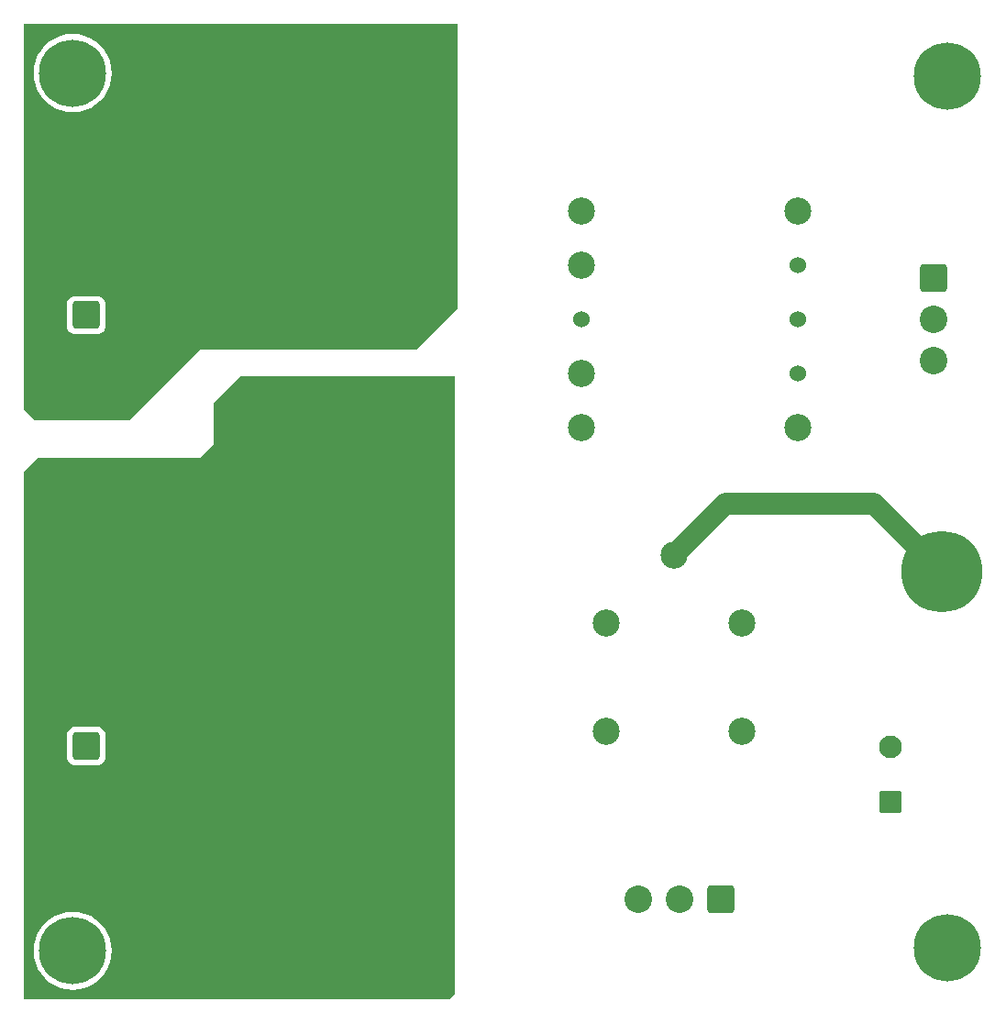
<source format=gbl>
%FSLAX23Y23*%
%MOMM*%
%SFA1B1*%

%IPPOS*%
%AMD22*
4,1,8,-0.952500,-1.270000,0.952500,-1.270000,1.270000,-0.952500,1.270000,0.952500,0.952500,1.270000,-0.952500,1.270000,-1.270000,0.952500,-1.270000,-0.952500,-0.952500,-1.270000,0.0*
1,1,0.636000,-0.952500,-0.952500*
1,1,0.636000,0.952500,-0.952500*
1,1,0.636000,0.952500,0.952500*
1,1,0.636000,-0.952500,0.952500*
%
%AMD23*
4,1,8,-1.270000,0.952500,-1.270000,-0.952500,-0.952500,-1.270000,0.952500,-1.270000,1.270000,-0.952500,1.270000,0.952500,0.952500,1.270000,-0.952500,1.270000,-1.270000,0.952500,0.0*
1,1,0.636000,-0.952500,0.952500*
1,1,0.636000,-0.952500,-0.952500*
1,1,0.636000,0.952500,-0.952500*
1,1,0.636000,0.952500,0.952500*
%
%AMD28*
4,1,8,-1.049020,0.787400,-1.049020,-0.787400,-0.787400,-1.049020,0.787400,-1.049020,1.049020,-0.787400,1.049020,0.787400,0.787400,1.049020,-0.787400,1.049020,-1.049020,0.787400,0.0*
1,1,0.526000,-0.787400,0.787400*
1,1,0.526000,-0.787400,-0.787400*
1,1,0.526000,0.787400,-0.787400*
1,1,0.526000,0.787400,0.787400*
%
%ADD19C,1.999996*%
%ADD20C,7.499985*%
%ADD21C,2.539995*%
G04~CAMADD=22~8~0.0~0.0~1000.0~1000.0~125.2~0.0~15~0.0~0.0~0.0~0.0~0~0.0~0.0~0.0~0.0~0~0.0~0.0~0.0~180.0~1000.0~1000.0*
%ADD22D22*%
G04~CAMADD=23~8~0.0~0.0~1000.0~1000.0~125.2~0.0~15~0.0~0.0~0.0~0.0~0~0.0~0.0~0.0~0.0~0~0.0~0.0~0.0~90.0~1000.0~1000.0*
%ADD23D23*%
%ADD24C,6.199988*%
%ADD25C,2.499995*%
%ADD26C,1.523997*%
%ADD27C,2.099996*%
G04~CAMADD=28~8~0.0~0.0~826.8~826.8~103.5~0.0~15~0.0~0.0~0.0~0.0~0~0.0~0.0~0.0~0.0~0~0.0~0.0~0.0~90.0~826.0~826.0*
%ADD28D28*%
%ADD29C,0.799998*%
%LNdigitalpsu-1*%
%LPD*%
G36*
X42499Y66249D02*
X38749Y62499D01*
X18749*
X12249Y55999*
X3499*
X2499Y56999*
Y92499*
X42499*
Y66249*
G37*
G36*
X42249Y44999D02*
Y2999D01*
X41749Y2499*
X2499*
Y51249*
X3749Y52499*
X18749*
X19999Y53749*
Y57499*
X22499Y59999*
X42249*
Y44999*
G37*
%LNdigitalpsu-2*%
%LPC*%
G36*
X6999Y10610D02*
X6434Y10566D01*
X5883Y10433*
X5360Y10217*
X4876Y9920*
X4446Y9552*
X4078Y9122*
X3781Y8638*
X3565Y8115*
X3432Y7564*
X3388Y6999*
X3432Y6434*
X3565Y5883*
X3781Y5360*
X4078Y4876*
X4446Y4446*
X4876Y4078*
X5360Y3781*
X5883Y3565*
X6434Y3432*
X6999Y3388*
X7564Y3432*
X8115Y3565*
X8638Y3781*
X9122Y4078*
X9552Y4446*
X9920Y4876*
X10217Y5360*
X10433Y5883*
X10566Y6434*
X10610Y6999*
X10566Y7564*
X10433Y8115*
X10217Y8638*
X9920Y9122*
X9552Y9552*
X9122Y9920*
X8638Y10217*
X8115Y10433*
X7564Y10566*
X6999Y10610*
G37*
G36*
Y91610D02*
X6434Y91566D01*
X5883Y91433*
X5360Y91217*
X4876Y90920*
X4446Y90552*
X4078Y90122*
X3781Y89638*
X3565Y89115*
X3432Y88564*
X3388Y87999*
X3432Y87434*
X3565Y86883*
X3781Y86360*
X4078Y85876*
X4446Y85446*
X4876Y85078*
X5360Y84781*
X5883Y84565*
X6434Y84432*
X6999Y84388*
X7564Y84432*
X8115Y84565*
X8638Y84781*
X9122Y85078*
X9552Y85446*
X9920Y85876*
X10217Y86360*
X10433Y86883*
X10566Y87434*
X10610Y87999*
X10566Y88564*
X10433Y89115*
X10217Y89638*
X9920Y90122*
X9552Y90552*
X9122Y90920*
X8638Y91217*
X8115Y91433*
X7564Y91566*
X6999Y91610*
G37*
G36*
X9202Y67431D02*
X7297D01*
X7083Y67403*
X6884Y67321*
X6713Y67190*
X6582Y67019*
X6500Y66820*
X6472Y66606*
Y64701*
X6500Y64488*
X6582Y64289*
X6713Y64118*
X6884Y63987*
X7083Y63905*
X7297Y63877*
X9202*
X9415Y63905*
X9614Y63987*
X9785Y64118*
X9916Y64289*
X9998Y64488*
X10026Y64701*
Y66606*
X9998Y66820*
X9916Y67019*
X9785Y67190*
X9614Y67321*
X9415Y67403*
X9202Y67431*
G37*
G36*
Y27681D02*
X7297D01*
X7083Y27653*
X6884Y27571*
X6713Y27440*
X6582Y27269*
X6500Y27070*
X6472Y26857*
Y24951*
X6500Y24738*
X6582Y24539*
X6713Y24368*
X6884Y24237*
X7083Y24155*
X7297Y24127*
X9202*
X9415Y24155*
X9614Y24237*
X9785Y24368*
X9916Y24539*
X9998Y24738*
X10026Y24951*
Y26857*
X9998Y27070*
X9916Y27269*
X9785Y27440*
X9614Y27571*
X9415Y27653*
X9202Y27681*
G37*
%LNdigitalpsu-3*%
%LPD*%
G54D19*
X80999Y48249D02*
X87249Y41999D01*
X67249Y48249D02*
X80999D01*
X62499Y43499D02*
X67249Y48249D01*
G54D20*
X87249Y41999D03*
G54D21*
X86499Y61439D03*
Y65249D03*
X59189Y11749D03*
X62999D03*
X8249Y61844D03*
Y22094D03*
G54D22*
X86499Y69059D03*
X8249Y65654D03*
Y25904D03*
G54D23*
X66809Y11749D03*
G54D24*
X6999Y87999D03*
Y6999D03*
X87749Y87749D03*
Y7249D03*
G54D25*
X73949Y75249D03*
Y55249D03*
X53949D03*
Y60249D03*
Y70249D03*
Y75249D03*
X68749Y37249D03*
X56249D03*
X68749Y27249D03*
X56249D03*
X62499Y43499D03*
G54D26*
X73949Y70249D03*
Y65249D03*
Y60249D03*
X53949Y65249D03*
G54D27*
X82499Y25789D03*
G54D28*
X82499Y20709D03*
G54D29*
X17499Y35499D03*
X18749D03*
X19999D03*
X23749D03*
X22499D03*
X21249D03*
X17499Y37499D03*
X18749D03*
X19999D03*
X23749D03*
X22499D03*
X21249D03*
X17499Y39499D03*
X18749D03*
X19999D03*
X23749D03*
X22499D03*
X21249D03*
X16499Y74249D03*
X17749D03*
X18999D03*
X22749D03*
X21499D03*
X20249D03*
X16499Y76249D03*
X17749D03*
X18999D03*
X22749D03*
X21499D03*
X20249D03*
Y78249D03*
X21499D03*
X22749D03*
X18999D03*
X17749D03*
X16499D03*
M02*
</source>
